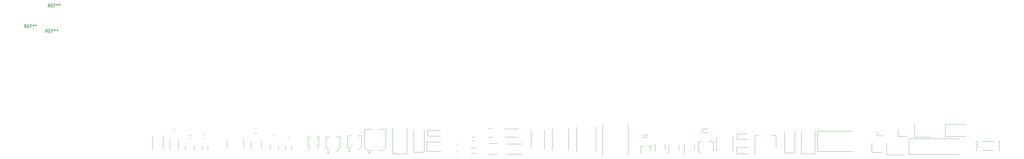
<source format=gbr>
%TF.GenerationSoftware,KiCad,Pcbnew,(5.1.10)-1*%
%TF.CreationDate,2021-08-04T21:52:32+08:00*%
%TF.ProjectId,__,3a502e6b-6963-4616-945f-706362585858,rev?*%
%TF.SameCoordinates,Original*%
%TF.FileFunction,Legend,Top*%
%TF.FilePolarity,Positive*%
%FSLAX46Y46*%
G04 Gerber Fmt 4.6, Leading zero omitted, Abs format (unit mm)*
G04 Created by KiCad (PCBNEW (5.1.10)-1) date 2021-08-04 21:52:32*
%MOMM*%
%LPD*%
G01*
G04 APERTURE LIST*
%ADD10C,0.120000*%
%ADD11C,0.150000*%
G04 APERTURE END LIST*
D10*
%TO.C,4025*%
X275896000Y-30166000D02*
X275896000Y-34366000D01*
X275896000Y-34366000D02*
X281096000Y-34366000D01*
%TO.C,1612*%
X263936000Y-32516000D02*
X263936000Y-33966000D01*
X263936000Y-33966000D02*
X265786000Y-33966000D01*
%TO.C,6035*%
X292296000Y-30216000D02*
X285746000Y-30216000D01*
X285746000Y-30216000D02*
X285746000Y-34116000D01*
X285746000Y-34116000D02*
X292296000Y-34116000D01*
%TO.C,2025*%
X262216000Y-36486000D02*
X262216000Y-39286000D01*
X262216000Y-39286000D02*
X265516000Y-39286000D01*
%TO.C,2016*%
X270596000Y-31816000D02*
X270596000Y-34116000D01*
X270596000Y-34116000D02*
X273296000Y-34116000D01*
%TO.C,5032*%
X266866000Y-36336000D02*
X266866000Y-40036000D01*
X266866000Y-40036000D02*
X272166000Y-40036000D01*
%TO.C,MC-156*%
X302776000Y-35726000D02*
X303066000Y-35726000D01*
X303066000Y-35726000D02*
X303066000Y-38626000D01*
X303066000Y-38626000D02*
X302776000Y-38626000D01*
X297576000Y-35726000D02*
X301056000Y-35726000D01*
X295566000Y-36676000D02*
X295566000Y-35726000D01*
X295566000Y-38626000D02*
X295566000Y-37676000D01*
X295566000Y-35726000D02*
X295856000Y-35726000D01*
X295566000Y-38626000D02*
X295856000Y-38626000D01*
X301056000Y-38626000D02*
X297576000Y-38626000D01*
X295566000Y-37676000D02*
G75*
G03*
X295566000Y-36676000I0J500000D01*
G01*
%TO.C,HC49*%
X290046000Y-34906000D02*
X274071000Y-34906000D01*
X274071000Y-34906000D02*
X274071000Y-40006000D01*
X274071000Y-40006000D02*
X290046000Y-40006000D01*
%TO.C,SOT669*%
X217546000Y-38736000D02*
X217746000Y-38736000D01*
X217746000Y-38736000D02*
X217746000Y-34436000D01*
X217746000Y-34436000D02*
X217596000Y-34436000D01*
X212696000Y-34436000D02*
X212546000Y-34436000D01*
X212546000Y-34436000D02*
X212546000Y-38736000D01*
X212546000Y-38736000D02*
X212746000Y-38736000D01*
%TO.C,SOT223*%
X231596000Y-33866000D02*
X230336000Y-33866000D01*
X224776000Y-33866000D02*
X226036000Y-33866000D01*
X231596000Y-37626000D02*
X231596000Y-33866000D01*
X224776000Y-39876000D02*
X224776000Y-33866000D01*
%TO.C,SOT89*%
X210196000Y-35836000D02*
X211506000Y-35836000D01*
X211506000Y-35836000D02*
X211506000Y-38556000D01*
X207016000Y-39696000D02*
X207016000Y-38556000D01*
X206786000Y-35836000D02*
X208096000Y-35836000D01*
X206786000Y-38556000D02*
X206786000Y-35836000D01*
X206786000Y-38556000D02*
X207016000Y-38556000D01*
X211506000Y-38556000D02*
X211276000Y-38556000D01*
%TO.C,SOT28*%
X205506000Y-38556000D02*
X205506000Y-36756000D01*
X202286000Y-36756000D02*
X202286000Y-39706000D01*
%TO.C,SOT26*%
X200506000Y-38536000D02*
X200506000Y-36736000D01*
X197286000Y-36736000D02*
X197286000Y-39686000D01*
%TO.C,SOT25*%
X196106000Y-38376000D02*
X196106000Y-36576000D01*
X192886000Y-36576000D02*
X192886000Y-39026000D01*
%TO.C,SOT23*%
X191466000Y-37306000D02*
X190536000Y-37306000D01*
X188306000Y-37306000D02*
X189236000Y-37306000D01*
X188306000Y-37306000D02*
X188306000Y-39466000D01*
X191466000Y-37306000D02*
X191466000Y-38766000D01*
%TO.C,SMC*%
X244896000Y-38916000D02*
X244896000Y-32416000D01*
X244896000Y-38916000D02*
X256096000Y-38916000D01*
X244896000Y-32416000D02*
X256096000Y-32416000D01*
%TO.C,SMB*%
X239726000Y-39706000D02*
X244026000Y-39706000D01*
X244026000Y-39706000D02*
X244026000Y-32406000D01*
X239726000Y-39706000D02*
X239726000Y-32406000D01*
%TO.C,SMA*%
X234276000Y-39486000D02*
X237576000Y-39486000D01*
X237576000Y-39486000D02*
X237576000Y-32586000D01*
X234276000Y-39486000D02*
X234276000Y-32586000D01*
%TO.C,SOD123*%
X218996000Y-37706000D02*
X218996000Y-39706000D01*
X218996000Y-39706000D02*
X222896000Y-39706000D01*
X218996000Y-37706000D02*
X222896000Y-37706000D01*
%TO.C,SOD323*%
X219136000Y-33336000D02*
X219136000Y-35036000D01*
X219136000Y-35036000D02*
X222286000Y-35036000D01*
X219136000Y-33336000D02*
X222286000Y-33336000D01*
%TO.C,SOD523*%
X207886000Y-31736000D02*
X207886000Y-32936000D01*
X209736000Y-31736000D02*
X207886000Y-31736000D01*
X209736000Y-32936000D02*
X207886000Y-32936000D01*
%TO.C,SOD923*%
X190596000Y-34496000D02*
X189296000Y-34496000D01*
X190596000Y-33696000D02*
X189296000Y-33696000D01*
X189296000Y-33696000D02*
X189296000Y-34496000D01*
%TO.C,NR80xx*%
X184346000Y-40136000D02*
X184346000Y-30136000D01*
X176146000Y-40136000D02*
X176146000Y-30136000D01*
%TO.C,NR60xx*%
X173986000Y-39126000D02*
X173986000Y-31126000D01*
X167786000Y-39126000D02*
X167786000Y-31126000D01*
%TO.C,NR50xx*%
X165166000Y-38596000D02*
X165166000Y-31696000D01*
X160066000Y-38596000D02*
X160066000Y-31696000D01*
%TO.C,NR40xx*%
X157496000Y-38146000D02*
X157496000Y-32146000D01*
X153296000Y-38146000D02*
X153296000Y-32146000D01*
%TO.C,NR30xx*%
X145286000Y-39786000D02*
X150286000Y-39786000D01*
X145286000Y-36586000D02*
X150286000Y-36586000D01*
%TO.C,NR24xx*%
X144816000Y-34366000D02*
X149216000Y-34366000D01*
X144816000Y-31766000D02*
X149216000Y-31766000D01*
%TO.C,L1812*%
X139769748Y-39866000D02*
X142542252Y-39866000D01*
X139769748Y-36446000D02*
X142542252Y-36446000D01*
%TO.C,L1210*%
X139633936Y-34406000D02*
X140838064Y-34406000D01*
X139633936Y-31686000D02*
X140838064Y-31686000D01*
%TO.C,L1206*%
X134060758Y-39666000D02*
X135731242Y-39666000D01*
X134060758Y-37846000D02*
X135731242Y-37846000D01*
%TO.C,L0805*%
X134445758Y-35506000D02*
X135266242Y-35506000D01*
X134445758Y-34386000D02*
X135266242Y-34386000D01*
%TO.C,L0603*%
X129474733Y-39976000D02*
X129817267Y-39976000D01*
X129474733Y-38956000D02*
X129817267Y-38956000D01*
%TO.C,L0402*%
X129555800Y-36836000D02*
X129756200Y-36836000D01*
X129555800Y-36116000D02*
X129756200Y-36116000D01*
%TO.C,TC7343*%
X113531000Y-39756000D02*
X113531000Y-31521000D01*
X109011000Y-39756000D02*
X113531000Y-39756000D01*
X109011000Y-31521000D02*
X109011000Y-39756000D01*
%TO.C,TC6032*%
X119056000Y-39181000D02*
X119056000Y-32246000D01*
X115636000Y-39181000D02*
X119056000Y-39181000D01*
X115636000Y-32246000D02*
X115636000Y-39181000D01*
%TO.C,TC3528*%
X119886000Y-38956000D02*
X124271000Y-38956000D01*
X119886000Y-35936000D02*
X119886000Y-38956000D01*
X124271000Y-35936000D02*
X119886000Y-35936000D01*
%TO.C,TC3216*%
X120136000Y-34031000D02*
X124221000Y-34031000D01*
X120136000Y-32161000D02*
X120136000Y-34031000D01*
X124221000Y-32161000D02*
X120136000Y-32161000D01*
%TO.C,C6.3x3*%
X101154750Y-39339750D02*
X101942250Y-39339750D01*
X101548500Y-39733500D02*
X101548500Y-38946000D01*
X105741563Y-38706000D02*
X106806000Y-37641563D01*
X101050437Y-38706000D02*
X99986000Y-37641563D01*
X101050437Y-38706000D02*
X102336000Y-38706000D01*
X105741563Y-38706000D02*
X104456000Y-38706000D01*
X106806000Y-37641563D02*
X106806000Y-31886000D01*
X99986000Y-37641563D02*
X99986000Y-31886000D01*
X99986000Y-31886000D02*
X102336000Y-31886000D01*
X106806000Y-31886000D02*
X104456000Y-31886000D01*
%TO.C,C4x5.4*%
X94956000Y-38956000D02*
X95456000Y-38956000D01*
X95206000Y-39206000D02*
X95206000Y-38706000D01*
X97961563Y-38466000D02*
X99026000Y-37401563D01*
X95570437Y-38466000D02*
X94506000Y-37401563D01*
X95570437Y-38466000D02*
X95706000Y-38466000D01*
X97961563Y-38466000D02*
X97826000Y-38466000D01*
X99026000Y-37401563D02*
X99026000Y-33946000D01*
X94506000Y-37401563D02*
X94506000Y-33946000D01*
X94506000Y-33946000D02*
X95706000Y-33946000D01*
X99026000Y-33946000D02*
X97826000Y-33946000D01*
%TO.C,C4x3*%
X88086000Y-39346000D02*
X88586000Y-39346000D01*
X88336000Y-39596000D02*
X88336000Y-39096000D01*
X91091563Y-38856000D02*
X92156000Y-37791563D01*
X88700437Y-38856000D02*
X87636000Y-37791563D01*
X88700437Y-38856000D02*
X88836000Y-38856000D01*
X91091563Y-38856000D02*
X90956000Y-38856000D01*
X92156000Y-37791563D02*
X92156000Y-34336000D01*
X87636000Y-37791563D02*
X87636000Y-34336000D01*
X87636000Y-34336000D02*
X88836000Y-34336000D01*
X92156000Y-34336000D02*
X90956000Y-34336000D01*
%TO.C,C3x5.3*%
X82013500Y-38173500D02*
X82388500Y-38173500D01*
X82201000Y-38361000D02*
X82201000Y-37986000D01*
X84696000Y-37556563D02*
X85396000Y-36856563D01*
X82576000Y-37556563D02*
X81876000Y-36856563D01*
X85396000Y-36856563D02*
X85396000Y-34226000D01*
X81876000Y-36856563D02*
X81876000Y-34226000D01*
X81876000Y-34226000D02*
X82576000Y-34226000D01*
X85396000Y-34226000D02*
X84696000Y-34226000D01*
%TO.C,2220C*%
X61306000Y-37861748D02*
X61306000Y-35030252D01*
X56086000Y-37861748D02*
X56086000Y-35030252D01*
%TO.C,1812C*%
X67106000Y-38107252D02*
X67106000Y-35784748D01*
X63686000Y-38107252D02*
X63686000Y-35784748D01*
%TO.C,1210C*%
X72456000Y-38357252D02*
X72456000Y-36934748D01*
X69736000Y-38357252D02*
X69736000Y-36934748D01*
%TO.C,1206C*%
X76606000Y-38457252D02*
X76606000Y-37034748D01*
X74786000Y-38457252D02*
X74786000Y-37034748D01*
%TO.C,0805C*%
X64934748Y-33181000D02*
X65457252Y-33181000D01*
X64934748Y-31711000D02*
X65457252Y-31711000D01*
%TO.C,0603C*%
X70749733Y-34776000D02*
X71042267Y-34776000D01*
X70749733Y-33756000D02*
X71042267Y-33756000D01*
%TO.C,0402C*%
X75412665Y-34806000D02*
X75644335Y-34806000D01*
X75412665Y-34086000D02*
X75644335Y-34086000D01*
%TO.C,2512R*%
X32135500Y-38372064D02*
X32135500Y-34017936D01*
X35555500Y-38372064D02*
X35555500Y-34017936D01*
%TO.C,2010R*%
X37692500Y-38357064D02*
X37692500Y-35302936D01*
X40412500Y-38357064D02*
X40412500Y-35302936D01*
%TO.C,1210R*%
X42777500Y-38442737D02*
X42777500Y-36995263D01*
X45487500Y-38442737D02*
X45487500Y-36995263D01*
%TO.C,1206R*%
X48048500Y-38446064D02*
X48048500Y-36991936D01*
X49868500Y-38446064D02*
X49868500Y-36991936D01*
%TO.C,0805R*%
X48604436Y-33428000D02*
X49058564Y-33428000D01*
X48604436Y-34898000D02*
X49058564Y-34898000D01*
%TO.C,0603R*%
X43877776Y-33831000D02*
X44387224Y-33831000D01*
X43877776Y-34876000D02*
X44387224Y-34876000D01*
%TO.C,0402R*%
X38948379Y-31814500D02*
X39283621Y-31814500D01*
X38948379Y-32574500D02*
X39283621Y-32574500D01*
%TO.C,REF\u002A\u002A*%
D11*
X-637333Y7201619D02*
X-970666Y7677809D01*
X-1208761Y7201619D02*
X-1208761Y8201619D01*
X-827809Y8201619D01*
X-732571Y8154000D01*
X-684952Y8106380D01*
X-637333Y8011142D01*
X-637333Y7868285D01*
X-684952Y7773047D01*
X-732571Y7725428D01*
X-827809Y7677809D01*
X-1208761Y7677809D01*
X-208761Y7725428D02*
X124571Y7725428D01*
X267428Y7201619D02*
X-208761Y7201619D01*
X-208761Y8201619D01*
X267428Y8201619D01*
X1029333Y7725428D02*
X695999Y7725428D01*
X695999Y7201619D02*
X695999Y8201619D01*
X1172190Y8201619D01*
X1695999Y8201619D02*
X1695999Y7963523D01*
X1457904Y8058761D02*
X1695999Y7963523D01*
X1934095Y8058761D01*
X1553142Y7773047D02*
X1695999Y7963523D01*
X1838857Y7773047D01*
X2457904Y8201619D02*
X2457904Y7963523D01*
X2219809Y8058761D02*
X2457904Y7963523D01*
X2695999Y8058761D01*
X2315047Y7773047D02*
X2457904Y7963523D01*
X2600761Y7773047D01*
X-1333333Y-952380D02*
X-1666666Y-476190D01*
X-1904761Y-952380D02*
X-1904761Y47619D01*
X-1523809Y47619D01*
X-1428571Y0D01*
X-1380952Y-47619D01*
X-1333333Y-142857D01*
X-1333333Y-285714D01*
X-1380952Y-380952D01*
X-1428571Y-428571D01*
X-1523809Y-476190D01*
X-1904761Y-476190D01*
X-904761Y-428571D02*
X-571428Y-428571D01*
X-428571Y-952380D02*
X-904761Y-952380D01*
X-904761Y47619D01*
X-428571Y47619D01*
X333333Y-428571D02*
X0Y-428571D01*
X0Y-952380D02*
X0Y47619D01*
X476190Y47619D01*
X999999Y47619D02*
X999999Y-190476D01*
X761904Y-95238D02*
X999999Y-190476D01*
X1238095Y-95238D01*
X857142Y-380952D02*
X999999Y-190476D01*
X1142857Y-380952D01*
X1761904Y47619D02*
X1761904Y-190476D01*
X1523809Y-95238D02*
X1761904Y-190476D01*
X1999999Y-95238D01*
X1619047Y-380952D02*
X1761904Y-190476D01*
X1904761Y-380952D01*
X-8137333Y601619D02*
X-8470666Y1077809D01*
X-8708761Y601619D02*
X-8708761Y1601619D01*
X-8327809Y1601619D01*
X-8232571Y1554000D01*
X-8184952Y1506380D01*
X-8137333Y1411142D01*
X-8137333Y1268285D01*
X-8184952Y1173047D01*
X-8232571Y1125428D01*
X-8327809Y1077809D01*
X-8708761Y1077809D01*
X-7708761Y1125428D02*
X-7375428Y1125428D01*
X-7232571Y601619D02*
X-7708761Y601619D01*
X-7708761Y1601619D01*
X-7232571Y1601619D01*
X-6470666Y1125428D02*
X-6804000Y1125428D01*
X-6804000Y601619D02*
X-6804000Y1601619D01*
X-6327809Y1601619D01*
X-5804000Y1601619D02*
X-5804000Y1363523D01*
X-6042095Y1458761D02*
X-5804000Y1363523D01*
X-5565904Y1458761D01*
X-5946857Y1173047D02*
X-5804000Y1363523D01*
X-5661142Y1173047D01*
X-5042095Y1601619D02*
X-5042095Y1363523D01*
X-5280190Y1458761D02*
X-5042095Y1363523D01*
X-4804000Y1458761D01*
X-5184952Y1173047D02*
X-5042095Y1363523D01*
X-4899238Y1173047D01*
%TD*%
M02*

</source>
